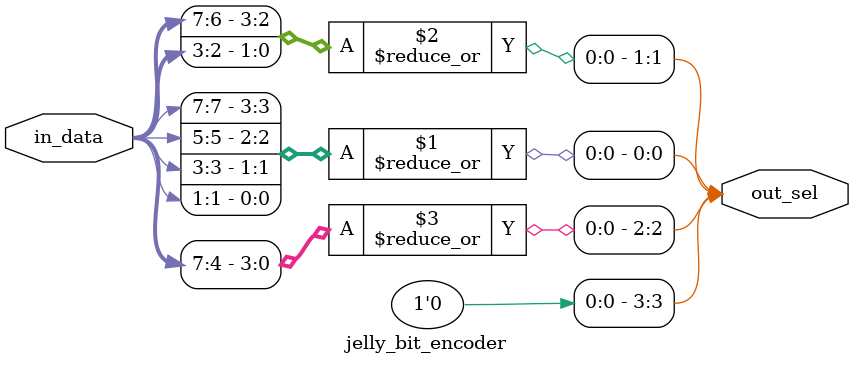
<source format=v>
module jelly_bit_encoder(	// /tmp/tmp.uV9gLJVoRY/33774_jelly_rtl_v1_library_jelly_bit_encoder.cleaned.mlir:2:3
  input  [7:0] in_data,	// /tmp/tmp.uV9gLJVoRY/33774_jelly_rtl_v1_library_jelly_bit_encoder.cleaned.mlir:2:35
  output [3:0] out_sel	// /tmp/tmp.uV9gLJVoRY/33774_jelly_rtl_v1_library_jelly_bit_encoder.cleaned.mlir:2:54
);

  assign out_sel =
    {1'h0,
     |(in_data[7:4]),
     |{in_data[7:6], in_data[3:2]},
     |{in_data[7], in_data[5], in_data[3], in_data[1]}};	// /tmp/tmp.uV9gLJVoRY/33774_jelly_rtl_v1_library_jelly_bit_encoder.cleaned.mlir:4:14, :5:10, :6:10, :7:10, :8:10, :9:10, :10:10, :11:10, :12:10, :13:10, :14:10, :15:11, :16:11, :17:11, :18:5
endmodule


</source>
